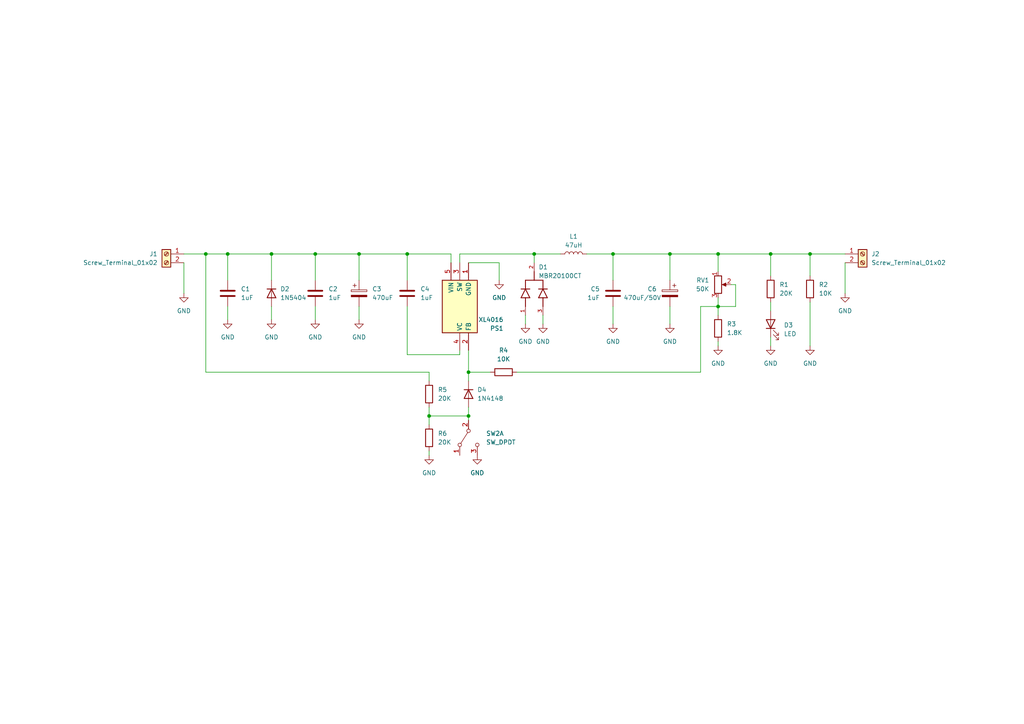
<source format=kicad_sch>
(kicad_sch (version 20230121) (generator eeschema)

  (uuid 0abb791c-931c-47d6-a960-acf178f3748f)

  (paper "A4")

  (lib_symbols
    (symbol "Connector:Screw_Terminal_01x02" (pin_names (offset 1.016) hide) (in_bom yes) (on_board yes)
      (property "Reference" "J" (at 0 2.54 0)
        (effects (font (size 1.27 1.27)))
      )
      (property "Value" "Screw_Terminal_01x02" (at 0 -5.08 0)
        (effects (font (size 1.27 1.27)))
      )
      (property "Footprint" "" (at 0 0 0)
        (effects (font (size 1.27 1.27)) hide)
      )
      (property "Datasheet" "~" (at 0 0 0)
        (effects (font (size 1.27 1.27)) hide)
      )
      (property "ki_keywords" "screw terminal" (at 0 0 0)
        (effects (font (size 1.27 1.27)) hide)
      )
      (property "ki_description" "Generic screw terminal, single row, 01x02, script generated (kicad-library-utils/schlib/autogen/connector/)" (at 0 0 0)
        (effects (font (size 1.27 1.27)) hide)
      )
      (property "ki_fp_filters" "TerminalBlock*:*" (at 0 0 0)
        (effects (font (size 1.27 1.27)) hide)
      )
      (symbol "Screw_Terminal_01x02_1_1"
        (rectangle (start -1.27 1.27) (end 1.27 -3.81)
          (stroke (width 0.254) (type default))
          (fill (type background))
        )
        (circle (center 0 -2.54) (radius 0.635)
          (stroke (width 0.1524) (type default))
          (fill (type none))
        )
        (polyline
          (pts
            (xy -0.5334 -2.2098)
            (xy 0.3302 -3.048)
          )
          (stroke (width 0.1524) (type default))
          (fill (type none))
        )
        (polyline
          (pts
            (xy -0.5334 0.3302)
            (xy 0.3302 -0.508)
          )
          (stroke (width 0.1524) (type default))
          (fill (type none))
        )
        (polyline
          (pts
            (xy -0.3556 -2.032)
            (xy 0.508 -2.8702)
          )
          (stroke (width 0.1524) (type default))
          (fill (type none))
        )
        (polyline
          (pts
            (xy -0.3556 0.508)
            (xy 0.508 -0.3302)
          )
          (stroke (width 0.1524) (type default))
          (fill (type none))
        )
        (circle (center 0 0) (radius 0.635)
          (stroke (width 0.1524) (type default))
          (fill (type none))
        )
        (pin passive line (at -5.08 0 0) (length 3.81)
          (name "Pin_1" (effects (font (size 1.27 1.27))))
          (number "1" (effects (font (size 1.27 1.27))))
        )
        (pin passive line (at -5.08 -2.54 0) (length 3.81)
          (name "Pin_2" (effects (font (size 1.27 1.27))))
          (number "2" (effects (font (size 1.27 1.27))))
        )
      )
    )
    (symbol "Device:C" (pin_numbers hide) (pin_names (offset 0.254)) (in_bom yes) (on_board yes)
      (property "Reference" "C" (at 0.635 2.54 0)
        (effects (font (size 1.27 1.27)) (justify left))
      )
      (property "Value" "C" (at 0.635 -2.54 0)
        (effects (font (size 1.27 1.27)) (justify left))
      )
      (property "Footprint" "" (at 0.9652 -3.81 0)
        (effects (font (size 1.27 1.27)) hide)
      )
      (property "Datasheet" "~" (at 0 0 0)
        (effects (font (size 1.27 1.27)) hide)
      )
      (property "ki_keywords" "cap capacitor" (at 0 0 0)
        (effects (font (size 1.27 1.27)) hide)
      )
      (property "ki_description" "Unpolarized capacitor" (at 0 0 0)
        (effects (font (size 1.27 1.27)) hide)
      )
      (property "ki_fp_filters" "C_*" (at 0 0 0)
        (effects (font (size 1.27 1.27)) hide)
      )
      (symbol "C_0_1"
        (polyline
          (pts
            (xy -2.032 -0.762)
            (xy 2.032 -0.762)
          )
          (stroke (width 0.508) (type default))
          (fill (type none))
        )
        (polyline
          (pts
            (xy -2.032 0.762)
            (xy 2.032 0.762)
          )
          (stroke (width 0.508) (type default))
          (fill (type none))
        )
      )
      (symbol "C_1_1"
        (pin passive line (at 0 3.81 270) (length 2.794)
          (name "~" (effects (font (size 1.27 1.27))))
          (number "1" (effects (font (size 1.27 1.27))))
        )
        (pin passive line (at 0 -3.81 90) (length 2.794)
          (name "~" (effects (font (size 1.27 1.27))))
          (number "2" (effects (font (size 1.27 1.27))))
        )
      )
    )
    (symbol "Device:C_Polarized" (pin_numbers hide) (pin_names (offset 0.254)) (in_bom yes) (on_board yes)
      (property "Reference" "C" (at 0.635 2.54 0)
        (effects (font (size 1.27 1.27)) (justify left))
      )
      (property "Value" "C_Polarized" (at 0.635 -2.54 0)
        (effects (font (size 1.27 1.27)) (justify left))
      )
      (property "Footprint" "" (at 0.9652 -3.81 0)
        (effects (font (size 1.27 1.27)) hide)
      )
      (property "Datasheet" "~" (at 0 0 0)
        (effects (font (size 1.27 1.27)) hide)
      )
      (property "ki_keywords" "cap capacitor" (at 0 0 0)
        (effects (font (size 1.27 1.27)) hide)
      )
      (property "ki_description" "Polarized capacitor" (at 0 0 0)
        (effects (font (size 1.27 1.27)) hide)
      )
      (property "ki_fp_filters" "CP_*" (at 0 0 0)
        (effects (font (size 1.27 1.27)) hide)
      )
      (symbol "C_Polarized_0_1"
        (rectangle (start -2.286 0.508) (end 2.286 1.016)
          (stroke (width 0) (type default))
          (fill (type none))
        )
        (polyline
          (pts
            (xy -1.778 2.286)
            (xy -0.762 2.286)
          )
          (stroke (width 0) (type default))
          (fill (type none))
        )
        (polyline
          (pts
            (xy -1.27 2.794)
            (xy -1.27 1.778)
          )
          (stroke (width 0) (type default))
          (fill (type none))
        )
        (rectangle (start 2.286 -0.508) (end -2.286 -1.016)
          (stroke (width 0) (type default))
          (fill (type outline))
        )
      )
      (symbol "C_Polarized_1_1"
        (pin passive line (at 0 3.81 270) (length 2.794)
          (name "~" (effects (font (size 1.27 1.27))))
          (number "1" (effects (font (size 1.27 1.27))))
        )
        (pin passive line (at 0 -3.81 90) (length 2.794)
          (name "~" (effects (font (size 1.27 1.27))))
          (number "2" (effects (font (size 1.27 1.27))))
        )
      )
    )
    (symbol "Device:L" (pin_numbers hide) (pin_names (offset 1.016) hide) (in_bom yes) (on_board yes)
      (property "Reference" "L" (at -1.27 0 90)
        (effects (font (size 1.27 1.27)))
      )
      (property "Value" "L" (at 1.905 0 90)
        (effects (font (size 1.27 1.27)))
      )
      (property "Footprint" "" (at 0 0 0)
        (effects (font (size 1.27 1.27)) hide)
      )
      (property "Datasheet" "~" (at 0 0 0)
        (effects (font (size 1.27 1.27)) hide)
      )
      (property "ki_keywords" "inductor choke coil reactor magnetic" (at 0 0 0)
        (effects (font (size 1.27 1.27)) hide)
      )
      (property "ki_description" "Inductor" (at 0 0 0)
        (effects (font (size 1.27 1.27)) hide)
      )
      (property "ki_fp_filters" "Choke_* *Coil* Inductor_* L_*" (at 0 0 0)
        (effects (font (size 1.27 1.27)) hide)
      )
      (symbol "L_0_1"
        (arc (start 0 -2.54) (mid 0.6323 -1.905) (end 0 -1.27)
          (stroke (width 0) (type default))
          (fill (type none))
        )
        (arc (start 0 -1.27) (mid 0.6323 -0.635) (end 0 0)
          (stroke (width 0) (type default))
          (fill (type none))
        )
        (arc (start 0 0) (mid 0.6323 0.635) (end 0 1.27)
          (stroke (width 0) (type default))
          (fill (type none))
        )
        (arc (start 0 1.27) (mid 0.6323 1.905) (end 0 2.54)
          (stroke (width 0) (type default))
          (fill (type none))
        )
      )
      (symbol "L_1_1"
        (pin passive line (at 0 3.81 270) (length 1.27)
          (name "1" (effects (font (size 1.27 1.27))))
          (number "1" (effects (font (size 1.27 1.27))))
        )
        (pin passive line (at 0 -3.81 90) (length 1.27)
          (name "2" (effects (font (size 1.27 1.27))))
          (number "2" (effects (font (size 1.27 1.27))))
        )
      )
    )
    (symbol "Device:LED" (pin_numbers hide) (pin_names (offset 1.016) hide) (in_bom yes) (on_board yes)
      (property "Reference" "D" (at 0 2.54 0)
        (effects (font (size 1.27 1.27)))
      )
      (property "Value" "LED" (at 0 -2.54 0)
        (effects (font (size 1.27 1.27)))
      )
      (property "Footprint" "" (at 0 0 0)
        (effects (font (size 1.27 1.27)) hide)
      )
      (property "Datasheet" "~" (at 0 0 0)
        (effects (font (size 1.27 1.27)) hide)
      )
      (property "ki_keywords" "LED diode" (at 0 0 0)
        (effects (font (size 1.27 1.27)) hide)
      )
      (property "ki_description" "Light emitting diode" (at 0 0 0)
        (effects (font (size 1.27 1.27)) hide)
      )
      (property "ki_fp_filters" "LED* LED_SMD:* LED_THT:*" (at 0 0 0)
        (effects (font (size 1.27 1.27)) hide)
      )
      (symbol "LED_0_1"
        (polyline
          (pts
            (xy -1.27 -1.27)
            (xy -1.27 1.27)
          )
          (stroke (width 0.254) (type default))
          (fill (type none))
        )
        (polyline
          (pts
            (xy -1.27 0)
            (xy 1.27 0)
          )
          (stroke (width 0) (type default))
          (fill (type none))
        )
        (polyline
          (pts
            (xy 1.27 -1.27)
            (xy 1.27 1.27)
            (xy -1.27 0)
            (xy 1.27 -1.27)
          )
          (stroke (width 0.254) (type default))
          (fill (type none))
        )
        (polyline
          (pts
            (xy -3.048 -0.762)
            (xy -4.572 -2.286)
            (xy -3.81 -2.286)
            (xy -4.572 -2.286)
            (xy -4.572 -1.524)
          )
          (stroke (width 0) (type default))
          (fill (type none))
        )
        (polyline
          (pts
            (xy -1.778 -0.762)
            (xy -3.302 -2.286)
            (xy -2.54 -2.286)
            (xy -3.302 -2.286)
            (xy -3.302 -1.524)
          )
          (stroke (width 0) (type default))
          (fill (type none))
        )
      )
      (symbol "LED_1_1"
        (pin passive line (at -3.81 0 0) (length 2.54)
          (name "K" (effects (font (size 1.27 1.27))))
          (number "1" (effects (font (size 1.27 1.27))))
        )
        (pin passive line (at 3.81 0 180) (length 2.54)
          (name "A" (effects (font (size 1.27 1.27))))
          (number "2" (effects (font (size 1.27 1.27))))
        )
      )
    )
    (symbol "Device:R" (pin_numbers hide) (pin_names (offset 0)) (in_bom yes) (on_board yes)
      (property "Reference" "R" (at 2.032 0 90)
        (effects (font (size 1.27 1.27)))
      )
      (property "Value" "R" (at 0 0 90)
        (effects (font (size 1.27 1.27)))
      )
      (property "Footprint" "" (at -1.778 0 90)
        (effects (font (size 1.27 1.27)) hide)
      )
      (property "Datasheet" "~" (at 0 0 0)
        (effects (font (size 1.27 1.27)) hide)
      )
      (property "ki_keywords" "R res resistor" (at 0 0 0)
        (effects (font (size 1.27 1.27)) hide)
      )
      (property "ki_description" "Resistor" (at 0 0 0)
        (effects (font (size 1.27 1.27)) hide)
      )
      (property "ki_fp_filters" "R_*" (at 0 0 0)
        (effects (font (size 1.27 1.27)) hide)
      )
      (symbol "R_0_1"
        (rectangle (start -1.016 -2.54) (end 1.016 2.54)
          (stroke (width 0.254) (type default))
          (fill (type none))
        )
      )
      (symbol "R_1_1"
        (pin passive line (at 0 3.81 270) (length 1.27)
          (name "~" (effects (font (size 1.27 1.27))))
          (number "1" (effects (font (size 1.27 1.27))))
        )
        (pin passive line (at 0 -3.81 90) (length 1.27)
          (name "~" (effects (font (size 1.27 1.27))))
          (number "2" (effects (font (size 1.27 1.27))))
        )
      )
    )
    (symbol "Device:R_Potentiometer" (pin_names (offset 1.016) hide) (in_bom yes) (on_board yes)
      (property "Reference" "RV" (at -4.445 0 90)
        (effects (font (size 1.27 1.27)))
      )
      (property "Value" "R_Potentiometer" (at -2.54 0 90)
        (effects (font (size 1.27 1.27)))
      )
      (property "Footprint" "" (at 0 0 0)
        (effects (font (size 1.27 1.27)) hide)
      )
      (property "Datasheet" "~" (at 0 0 0)
        (effects (font (size 1.27 1.27)) hide)
      )
      (property "ki_keywords" "resistor variable" (at 0 0 0)
        (effects (font (size 1.27 1.27)) hide)
      )
      (property "ki_description" "Potentiometer" (at 0 0 0)
        (effects (font (size 1.27 1.27)) hide)
      )
      (property "ki_fp_filters" "Potentiometer*" (at 0 0 0)
        (effects (font (size 1.27 1.27)) hide)
      )
      (symbol "R_Potentiometer_0_1"
        (polyline
          (pts
            (xy 2.54 0)
            (xy 1.524 0)
          )
          (stroke (width 0) (type default))
          (fill (type none))
        )
        (polyline
          (pts
            (xy 1.143 0)
            (xy 2.286 0.508)
            (xy 2.286 -0.508)
            (xy 1.143 0)
          )
          (stroke (width 0) (type default))
          (fill (type outline))
        )
        (rectangle (start 1.016 2.54) (end -1.016 -2.54)
          (stroke (width 0.254) (type default))
          (fill (type none))
        )
      )
      (symbol "R_Potentiometer_1_1"
        (pin passive line (at 0 3.81 270) (length 1.27)
          (name "1" (effects (font (size 1.27 1.27))))
          (number "1" (effects (font (size 1.27 1.27))))
        )
        (pin passive line (at 3.81 0 180) (length 1.27)
          (name "2" (effects (font (size 1.27 1.27))))
          (number "2" (effects (font (size 1.27 1.27))))
        )
        (pin passive line (at 0 -3.81 90) (length 1.27)
          (name "3" (effects (font (size 1.27 1.27))))
          (number "3" (effects (font (size 1.27 1.27))))
        )
      )
    )
    (symbol "Diode:1N4148" (pin_numbers hide) (pin_names hide) (in_bom yes) (on_board yes)
      (property "Reference" "D" (at 0 2.54 0)
        (effects (font (size 1.27 1.27)))
      )
      (property "Value" "1N4148" (at 0 -2.54 0)
        (effects (font (size 1.27 1.27)))
      )
      (property "Footprint" "Diode_THT:D_DO-35_SOD27_P7.62mm_Horizontal" (at 0 0 0)
        (effects (font (size 1.27 1.27)) hide)
      )
      (property "Datasheet" "https://assets.nexperia.com/documents/data-sheet/1N4148_1N4448.pdf" (at 0 0 0)
        (effects (font (size 1.27 1.27)) hide)
      )
      (property "Sim.Device" "D" (at 0 0 0)
        (effects (font (size 1.27 1.27)) hide)
      )
      (property "Sim.Pins" "1=K 2=A" (at 0 0 0)
        (effects (font (size 1.27 1.27)) hide)
      )
      (property "ki_keywords" "diode" (at 0 0 0)
        (effects (font (size 1.27 1.27)) hide)
      )
      (property "ki_description" "100V 0.15A standard switching diode, DO-35" (at 0 0 0)
        (effects (font (size 1.27 1.27)) hide)
      )
      (property "ki_fp_filters" "D*DO?35*" (at 0 0 0)
        (effects (font (size 1.27 1.27)) hide)
      )
      (symbol "1N4148_0_1"
        (polyline
          (pts
            (xy -1.27 1.27)
            (xy -1.27 -1.27)
          )
          (stroke (width 0.254) (type default))
          (fill (type none))
        )
        (polyline
          (pts
            (xy 1.27 0)
            (xy -1.27 0)
          )
          (stroke (width 0) (type default))
          (fill (type none))
        )
        (polyline
          (pts
            (xy 1.27 1.27)
            (xy 1.27 -1.27)
            (xy -1.27 0)
            (xy 1.27 1.27)
          )
          (stroke (width 0.254) (type default))
          (fill (type none))
        )
      )
      (symbol "1N4148_1_1"
        (pin passive line (at -3.81 0 0) (length 2.54)
          (name "K" (effects (font (size 1.27 1.27))))
          (number "1" (effects (font (size 1.27 1.27))))
        )
        (pin passive line (at 3.81 0 180) (length 2.54)
          (name "A" (effects (font (size 1.27 1.27))))
          (number "2" (effects (font (size 1.27 1.27))))
        )
      )
    )
    (symbol "Diode:1N5404" (pin_numbers hide) (pin_names hide) (in_bom yes) (on_board yes)
      (property "Reference" "D" (at 0 2.54 0)
        (effects (font (size 1.27 1.27)))
      )
      (property "Value" "1N5404" (at 0 -2.54 0)
        (effects (font (size 1.27 1.27)))
      )
      (property "Footprint" "Diode_THT:D_DO-201AD_P15.24mm_Horizontal" (at 0 -4.445 0)
        (effects (font (size 1.27 1.27)) hide)
      )
      (property "Datasheet" "http://www.vishay.com/docs/88516/1n5400.pdf" (at 0 0 0)
        (effects (font (size 1.27 1.27)) hide)
      )
      (property "Sim.Device" "D" (at 0 0 0)
        (effects (font (size 1.27 1.27)) hide)
      )
      (property "Sim.Pins" "1=K 2=A" (at 0 0 0)
        (effects (font (size 1.27 1.27)) hide)
      )
      (property "ki_keywords" "diode" (at 0 0 0)
        (effects (font (size 1.27 1.27)) hide)
      )
      (property "ki_description" "400V 3A General Purpose Rectifier Diode, DO-201AD" (at 0 0 0)
        (effects (font (size 1.27 1.27)) hide)
      )
      (property "ki_fp_filters" "D*DO?201AD*" (at 0 0 0)
        (effects (font (size 1.27 1.27)) hide)
      )
      (symbol "1N5404_0_1"
        (polyline
          (pts
            (xy -1.27 1.27)
            (xy -1.27 -1.27)
          )
          (stroke (width 0.254) (type default))
          (fill (type none))
        )
        (polyline
          (pts
            (xy 1.27 0)
            (xy -1.27 0)
          )
          (stroke (width 0) (type default))
          (fill (type none))
        )
        (polyline
          (pts
            (xy 1.27 1.27)
            (xy 1.27 -1.27)
            (xy -1.27 0)
            (xy 1.27 1.27)
          )
          (stroke (width 0.254) (type default))
          (fill (type none))
        )
      )
      (symbol "1N5404_1_1"
        (pin passive line (at -3.81 0 0) (length 2.54)
          (name "K" (effects (font (size 1.27 1.27))))
          (number "1" (effects (font (size 1.27 1.27))))
        )
        (pin passive line (at 3.81 0 180) (length 2.54)
          (name "A" (effects (font (size 1.27 1.27))))
          (number "2" (effects (font (size 1.27 1.27))))
        )
      )
    )
    (symbol "MBR20100CT:MBR20100CT" (pin_names (offset 1.016)) (in_bom yes) (on_board yes)
      (property "Reference" "D" (at -7.62 5.08 0)
        (effects (font (size 1.27 1.27)) (justify left bottom))
      )
      (property "Value" "MBR20100CT" (at -7.62 -5.08 0)
        (effects (font (size 1.27 1.27)) (justify left top))
      )
      (property "Footprint" "MBR20100CT:TO254P1066X482X2286-3" (at 0 0 0)
        (effects (font (size 1.27 1.27)) (justify bottom) hide)
      )
      (property "Datasheet" "" (at 0 0 0)
        (effects (font (size 1.27 1.27)) hide)
      )
      (property "MF" "Diodes Inc." (at 0 0 0)
        (effects (font (size 1.27 1.27)) (justify bottom) hide)
      )
      (property "MAXIMUM_PACKAGE_HEIGHT" "22.86 mm" (at 0 0 0)
        (effects (font (size 1.27 1.27)) (justify bottom) hide)
      )
      (property "Package" "TO-220-3 ON Semiconductor" (at 0 0 0)
        (effects (font (size 1.27 1.27)) (justify bottom) hide)
      )
      (property "Price" "None" (at 0 0 0)
        (effects (font (size 1.27 1.27)) (justify bottom) hide)
      )
      (property "Check_prices" "https://www.snapeda.com/parts/MBR20100CT/Diodes+Inc./view-part/?ref=eda" (at 0 0 0)
        (effects (font (size 1.27 1.27)) (justify bottom) hide)
      )
      (property "STANDARD" "IPC-7351B" (at 0 0 0)
        (effects (font (size 1.27 1.27)) (justify bottom) hide)
      )
      (property "PARTREV" "8-2" (at 0 0 0)
        (effects (font (size 1.27 1.27)) (justify bottom) hide)
      )
      (property "SnapEDA_Link" "https://www.snapeda.com/parts/MBR20100CT/Diodes+Inc./view-part/?ref=snap" (at 0 0 0)
        (effects (font (size 1.27 1.27)) (justify bottom) hide)
      )
      (property "MP" "MBR20100CT" (at 0 0 0)
        (effects (font (size 1.27 1.27)) (justify bottom) hide)
      )
      (property "Description" "\nDiode Array 1 Pair Common Cathode Schottky 100 V 10A Through Hole TO-262-3 Long Leads, I²Pak, TO-262AA\n" (at 0 0 0)
        (effects (font (size 1.27 1.27)) (justify bottom) hide)
      )
      (property "MANUFACTURER" "DIODES, Inc." (at 0 0 0)
        (effects (font (size 1.27 1.27)) (justify bottom) hide)
      )
      (property "Availability" "In Stock" (at 0 0 0)
        (effects (font (size 1.27 1.27)) (justify bottom) hide)
      )
      (property "SNAPEDA_PACKAGE_ID" "6730" (at 0 0 0)
        (effects (font (size 1.27 1.27)) (justify bottom) hide)
      )
      (symbol "MBR20100CT_0_0"
        (polyline
          (pts
            (xy -5.08 -2.54)
            (xy -2.54 -2.54)
          )
          (stroke (width 0.254) (type default))
          (fill (type none))
        )
        (polyline
          (pts
            (xy -5.08 2.54)
            (xy -2.54 2.54)
          )
          (stroke (width 0.254) (type default))
          (fill (type none))
        )
        (polyline
          (pts
            (xy -2.54 -3.81)
            (xy 0 -2.54)
          )
          (stroke (width 0.254) (type default))
          (fill (type none))
        )
        (polyline
          (pts
            (xy -2.54 -2.54)
            (xy -2.54 -3.81)
          )
          (stroke (width 0.254) (type default))
          (fill (type none))
        )
        (polyline
          (pts
            (xy -2.54 -1.27)
            (xy -2.54 -2.54)
          )
          (stroke (width 0.254) (type default))
          (fill (type none))
        )
        (polyline
          (pts
            (xy -2.54 1.27)
            (xy 0 2.54)
          )
          (stroke (width 0.254) (type default))
          (fill (type none))
        )
        (polyline
          (pts
            (xy -2.54 2.54)
            (xy -2.54 1.27)
          )
          (stroke (width 0.254) (type default))
          (fill (type none))
        )
        (polyline
          (pts
            (xy -2.54 3.81)
            (xy -2.54 2.54)
          )
          (stroke (width 0.254) (type default))
          (fill (type none))
        )
        (polyline
          (pts
            (xy 0 -2.54)
            (xy -2.54 -1.27)
          )
          (stroke (width 0.254) (type default))
          (fill (type none))
        )
        (polyline
          (pts
            (xy 0 -2.54)
            (xy 0 -3.81)
          )
          (stroke (width 0.254) (type default))
          (fill (type none))
        )
        (polyline
          (pts
            (xy 0 -1.27)
            (xy 0 -2.54)
          )
          (stroke (width 0.254) (type default))
          (fill (type none))
        )
        (polyline
          (pts
            (xy 0 2.54)
            (xy -2.54 3.81)
          )
          (stroke (width 0.254) (type default))
          (fill (type none))
        )
        (polyline
          (pts
            (xy 0 2.54)
            (xy 0 1.27)
          )
          (stroke (width 0.254) (type default))
          (fill (type none))
        )
        (polyline
          (pts
            (xy 0 3.81)
            (xy 0 2.54)
          )
          (stroke (width 0.254) (type default))
          (fill (type none))
        )
        (polyline
          (pts
            (xy 2.54 -2.54)
            (xy 0 -2.54)
          )
          (stroke (width 0.254) (type default))
          (fill (type none))
        )
        (polyline
          (pts
            (xy 2.54 0)
            (xy 2.54 -2.54)
          )
          (stroke (width 0.254) (type default))
          (fill (type none))
        )
        (polyline
          (pts
            (xy 2.54 0)
            (xy 5.08 0)
          )
          (stroke (width 0.254) (type default))
          (fill (type none))
        )
        (polyline
          (pts
            (xy 2.54 2.54)
            (xy 0 2.54)
          )
          (stroke (width 0.254) (type default))
          (fill (type none))
        )
        (polyline
          (pts
            (xy 2.54 2.54)
            (xy 2.54 0)
          )
          (stroke (width 0.254) (type default))
          (fill (type none))
        )
        (pin passive line (at -7.62 2.54 0) (length 2.54)
          (name "~" (effects (font (size 1.016 1.016))))
          (number "1" (effects (font (size 1.016 1.016))))
        )
        (pin passive line (at 7.62 0 180) (length 2.54)
          (name "~" (effects (font (size 1.016 1.016))))
          (number "2" (effects (font (size 1.016 1.016))))
        )
        (pin passive line (at -7.62 -2.54 0) (length 2.54)
          (name "~" (effects (font (size 1.016 1.016))))
          (number "3" (effects (font (size 1.016 1.016))))
        )
      )
    )
    (symbol "Switch:SW_DPDT_x2" (pin_names (offset 0) hide) (in_bom yes) (on_board yes)
      (property "Reference" "SW" (at 0 4.318 0)
        (effects (font (size 1.27 1.27)))
      )
      (property "Value" "SW_DPDT_x2" (at 0 -5.08 0)
        (effects (font (size 1.27 1.27)))
      )
      (property "Footprint" "" (at 0 0 0)
        (effects (font (size 1.27 1.27)) hide)
      )
      (property "Datasheet" "~" (at 0 0 0)
        (effects (font (size 1.27 1.27)) hide)
      )
      (property "ki_keywords" "switch dual-pole double-throw DPDT spdt ON-ON" (at 0 0 0)
        (effects (font (size 1.27 1.27)) hide)
      )
      (property "ki_description" "Switch, dual pole double throw, separate symbols" (at 0 0 0)
        (effects (font (size 1.27 1.27)) hide)
      )
      (property "ki_fp_filters" "SW*DPDT*" (at 0 0 0)
        (effects (font (size 1.27 1.27)) hide)
      )
      (symbol "SW_DPDT_x2_0_0"
        (circle (center -2.032 0) (radius 0.508)
          (stroke (width 0) (type default))
          (fill (type none))
        )
        (circle (center 2.032 -2.54) (radius 0.508)
          (stroke (width 0) (type default))
          (fill (type none))
        )
      )
      (symbol "SW_DPDT_x2_0_1"
        (polyline
          (pts
            (xy -1.524 0.254)
            (xy 1.651 2.286)
          )
          (stroke (width 0) (type default))
          (fill (type none))
        )
        (circle (center 2.032 2.54) (radius 0.508)
          (stroke (width 0) (type default))
          (fill (type none))
        )
      )
      (symbol "SW_DPDT_x2_1_1"
        (pin passive line (at 5.08 2.54 180) (length 2.54)
          (name "A" (effects (font (size 1.27 1.27))))
          (number "1" (effects (font (size 1.27 1.27))))
        )
        (pin passive line (at -5.08 0 0) (length 2.54)
          (name "B" (effects (font (size 1.27 1.27))))
          (number "2" (effects (font (size 1.27 1.27))))
        )
        (pin passive line (at 5.08 -2.54 180) (length 2.54)
          (name "C" (effects (font (size 1.27 1.27))))
          (number "3" (effects (font (size 1.27 1.27))))
        )
      )
      (symbol "SW_DPDT_x2_2_1"
        (pin passive line (at 5.08 2.54 180) (length 2.54)
          (name "A" (effects (font (size 1.27 1.27))))
          (number "4" (effects (font (size 1.27 1.27))))
        )
        (pin passive line (at -5.08 0 0) (length 2.54)
          (name "B" (effects (font (size 1.27 1.27))))
          (number "5" (effects (font (size 1.27 1.27))))
        )
        (pin passive line (at 5.08 -2.54 180) (length 2.54)
          (name "C" (effects (font (size 1.27 1.27))))
          (number "6" (effects (font (size 1.27 1.27))))
        )
      )
    )
    (symbol "XL4016:XL4016" (in_bom yes) (on_board yes)
      (property "Reference" "PS" (at 21.59 7.62 0)
        (effects (font (size 1.27 1.27)) (justify left top))
      )
      (property "Value" "XL4016" (at 21.59 5.08 0)
        (effects (font (size 1.27 1.27)) (justify left top))
      )
      (property "Footprint" "XL4016" (at 21.59 -94.92 0)
        (effects (font (size 1.27 1.27)) (justify left top) hide)
      )
      (property "Datasheet" "http://www.xlsemi.com/datasheet/xl4016%20datasheet.pdf" (at 21.59 -194.92 0)
        (effects (font (size 1.27 1.27)) (justify left top) hide)
      )
      (property "Height" "15.49" (at 21.59 -394.92 0)
        (effects (font (size 1.27 1.27)) (justify left top) hide)
      )
      (property "Manufacturer_Name" "XLSEMI" (at 21.59 -494.92 0)
        (effects (font (size 1.27 1.27)) (justify left top) hide)
      )
      (property "Manufacturer_Part_Number" "XL4016" (at 21.59 -594.92 0)
        (effects (font (size 1.27 1.27)) (justify left top) hide)
      )
      (property "Mouser Part Number" "" (at 21.59 -694.92 0)
        (effects (font (size 1.27 1.27)) (justify left top) hide)
      )
      (property "Mouser Price/Stock" "" (at 21.59 -794.92 0)
        (effects (font (size 1.27 1.27)) (justify left top) hide)
      )
      (property "Arrow Part Number" "" (at 21.59 -894.92 0)
        (effects (font (size 1.27 1.27)) (justify left top) hide)
      )
      (property "Arrow Price/Stock" "" (at 21.59 -994.92 0)
        (effects (font (size 1.27 1.27)) (justify left top) hide)
      )
      (property "ki_description" "8A 180KHz 40V Buck DC to DC Converter" (at 0 0 0)
        (effects (font (size 1.27 1.27)) hide)
      )
      (symbol "XL4016_1_1"
        (rectangle (start 5.08 2.54) (end 20.32 -7.62)
          (stroke (width 0.254) (type default))
          (fill (type background))
        )
        (pin passive line (at 0 0 0) (length 5.08)
          (name "GND" (effects (font (size 1.27 1.27))))
          (number "1" (effects (font (size 1.27 1.27))))
        )
        (pin passive line (at 25.4 0 180) (length 5.08)
          (name "FB" (effects (font (size 1.27 1.27))))
          (number "2" (effects (font (size 1.27 1.27))))
        )
        (pin passive line (at 0 -2.54 0) (length 5.08)
          (name "SW" (effects (font (size 1.27 1.27))))
          (number "3" (effects (font (size 1.27 1.27))))
        )
        (pin passive line (at 25.4 -2.54 180) (length 5.08)
          (name "VC" (effects (font (size 1.27 1.27))))
          (number "4" (effects (font (size 1.27 1.27))))
        )
        (pin passive line (at 0 -5.08 0) (length 5.08)
          (name "VIN" (effects (font (size 1.27 1.27))))
          (number "5" (effects (font (size 1.27 1.27))))
        )
      )
    )
    (symbol "power:GND" (power) (pin_names (offset 0)) (in_bom yes) (on_board yes)
      (property "Reference" "#PWR" (at 0 -6.35 0)
        (effects (font (size 1.27 1.27)) hide)
      )
      (property "Value" "GND" (at 0 -3.81 0)
        (effects (font (size 1.27 1.27)))
      )
      (property "Footprint" "" (at 0 0 0)
        (effects (font (size 1.27 1.27)) hide)
      )
      (property "Datasheet" "" (at 0 0 0)
        (effects (font (size 1.27 1.27)) hide)
      )
      (property "ki_keywords" "global power" (at 0 0 0)
        (effects (font (size 1.27 1.27)) hide)
      )
      (property "ki_description" "Power symbol creates a global label with name \"GND\" , ground" (at 0 0 0)
        (effects (font (size 1.27 1.27)) hide)
      )
      (symbol "GND_0_1"
        (polyline
          (pts
            (xy 0 0)
            (xy 0 -1.27)
            (xy 1.27 -1.27)
            (xy 0 -2.54)
            (xy -1.27 -1.27)
            (xy 0 -1.27)
          )
          (stroke (width 0) (type default))
          (fill (type none))
        )
      )
      (symbol "GND_1_1"
        (pin power_in line (at 0 0 270) (length 0) hide
          (name "GND" (effects (font (size 1.27 1.27))))
          (number "1" (effects (font (size 1.27 1.27))))
        )
      )
    )
  )

  (junction (at 194.31 73.66) (diameter 0) (color 0 0 0 0)
    (uuid 0fc7467f-8ff9-47e0-8524-d847dbb4dfc7)
  )
  (junction (at 234.95 73.66) (diameter 0) (color 0 0 0 0)
    (uuid 2324a6ab-0fce-490d-bf06-36b08020aa1f)
  )
  (junction (at 59.69 73.66) (diameter 0) (color 0 0 0 0)
    (uuid 34e11f1b-dd2f-47f4-8372-e7b376cebf46)
  )
  (junction (at 91.44 73.66) (diameter 0) (color 0 0 0 0)
    (uuid 3c6222cc-3862-4f8f-8288-0fe3e330b004)
  )
  (junction (at 124.46 120.65) (diameter 0) (color 0 0 0 0)
    (uuid 3fcc9288-2e69-414d-bad6-734d9545ca4b)
  )
  (junction (at 208.28 88.9) (diameter 0) (color 0 0 0 0)
    (uuid 476b3f5b-7dce-4e8a-b950-66780d5aa38a)
  )
  (junction (at 104.14 73.66) (diameter 0) (color 0 0 0 0)
    (uuid 632b90b1-5bc3-4738-9f3a-0ea90a2fb8ab)
  )
  (junction (at 208.28 73.66) (diameter 0) (color 0 0 0 0)
    (uuid 86484da6-680b-4fa8-84ba-2e25d2aaf1e9)
  )
  (junction (at 135.89 120.65) (diameter 0) (color 0 0 0 0)
    (uuid 897c0bb5-339e-4b08-8879-70f5a74564c9)
  )
  (junction (at 135.89 107.95) (diameter 0) (color 0 0 0 0)
    (uuid aa3de671-006d-441e-be23-896571a985a8)
  )
  (junction (at 154.94 73.66) (diameter 0) (color 0 0 0 0)
    (uuid bc72432f-dcf9-405c-b70a-59c6c742ec77)
  )
  (junction (at 66.04 73.66) (diameter 0) (color 0 0 0 0)
    (uuid bfd53eda-16a5-44ab-b526-5b27527f7844)
  )
  (junction (at 78.74 73.66) (diameter 0) (color 0 0 0 0)
    (uuid c0d902b1-b9bd-47ca-8a31-50395b9d7462)
  )
  (junction (at 177.8 73.66) (diameter 0) (color 0 0 0 0)
    (uuid c8505b09-7aea-470e-a1bc-5fc34a70e838)
  )
  (junction (at 118.11 73.66) (diameter 0) (color 0 0 0 0)
    (uuid f9c282b8-8400-450b-9cdf-43508c8bbc87)
  )
  (junction (at 223.52 73.66) (diameter 0) (color 0 0 0 0)
    (uuid f9dfd3e4-10dd-453a-aae1-6a7979a960a0)
  )

  (wire (pts (xy 124.46 107.95) (xy 124.46 110.49))
    (stroke (width 0) (type default))
    (uuid 02069da4-22f1-4677-af32-fdd41008808b)
  )
  (wire (pts (xy 118.11 102.87) (xy 118.11 88.9))
    (stroke (width 0) (type default))
    (uuid 05574cef-377a-457b-b2ca-c0d356926e6f)
  )
  (wire (pts (xy 78.74 73.66) (xy 91.44 73.66))
    (stroke (width 0) (type default))
    (uuid 0846e564-adfb-4bdc-832f-2645eeb64f84)
  )
  (wire (pts (xy 154.94 76.2) (xy 154.94 73.66))
    (stroke (width 0) (type default))
    (uuid 0a05fbae-f124-4347-bd91-bec4c1088296)
  )
  (wire (pts (xy 208.28 73.66) (xy 223.52 73.66))
    (stroke (width 0) (type default))
    (uuid 0a9fd980-44f9-4083-afde-74a76c9e4a41)
  )
  (wire (pts (xy 223.52 80.01) (xy 223.52 73.66))
    (stroke (width 0) (type default))
    (uuid 0cadb8ab-9763-4cf7-96fb-7889658ead22)
  )
  (wire (pts (xy 91.44 73.66) (xy 104.14 73.66))
    (stroke (width 0) (type default))
    (uuid 18658f3a-60c7-485e-ac8d-9f1c97cd5512)
  )
  (wire (pts (xy 135.89 120.65) (xy 135.89 121.92))
    (stroke (width 0) (type default))
    (uuid 1aa7f2cd-539a-4275-8878-550243805257)
  )
  (wire (pts (xy 213.36 82.55) (xy 213.36 88.9))
    (stroke (width 0) (type default))
    (uuid 1ae077d5-6257-4dc3-bdb4-4974d7c89e5e)
  )
  (wire (pts (xy 135.89 118.11) (xy 135.89 120.65))
    (stroke (width 0) (type default))
    (uuid 1e30ce07-2f67-4b72-b2ca-d2b05cd9f386)
  )
  (wire (pts (xy 208.28 86.36) (xy 208.28 88.9))
    (stroke (width 0) (type default))
    (uuid 22371e4a-e12b-426e-b998-7161065ea46b)
  )
  (wire (pts (xy 53.34 73.66) (xy 59.69 73.66))
    (stroke (width 0) (type default))
    (uuid 2e91745f-918f-404b-bac3-71c0d9514910)
  )
  (wire (pts (xy 124.46 120.65) (xy 124.46 123.19))
    (stroke (width 0) (type default))
    (uuid 30f5d087-017e-442c-b64e-d955a855f99c)
  )
  (wire (pts (xy 59.69 107.95) (xy 59.69 73.66))
    (stroke (width 0) (type default))
    (uuid 360d4aa4-036a-4e9a-bcd1-49721b2dbdba)
  )
  (wire (pts (xy 152.4 91.44) (xy 152.4 93.98))
    (stroke (width 0) (type default))
    (uuid 3d69fc3b-8610-43ce-baef-0905f13d3037)
  )
  (wire (pts (xy 194.31 73.66) (xy 194.31 81.28))
    (stroke (width 0) (type default))
    (uuid 3f517057-efef-4e0c-908d-9f064a77964c)
  )
  (wire (pts (xy 203.2 88.9) (xy 208.28 88.9))
    (stroke (width 0) (type default))
    (uuid 40eb7388-b06c-4b0f-a94c-b4222212a6f5)
  )
  (wire (pts (xy 203.2 88.9) (xy 203.2 107.95))
    (stroke (width 0) (type default))
    (uuid 492ccc4c-e985-4ae5-8137-463eed74ad24)
  )
  (wire (pts (xy 157.48 91.44) (xy 157.48 93.98))
    (stroke (width 0) (type default))
    (uuid 493a3a09-d6bd-42ea-8a4f-23bb1fd7ab66)
  )
  (wire (pts (xy 53.34 76.2) (xy 53.34 85.09))
    (stroke (width 0) (type default))
    (uuid 4cfe6832-b887-4859-a452-5f93434295f1)
  )
  (wire (pts (xy 194.31 73.66) (xy 208.28 73.66))
    (stroke (width 0) (type default))
    (uuid 4d28aae8-9204-439d-bf35-0e9dd342808e)
  )
  (wire (pts (xy 135.89 107.95) (xy 142.24 107.95))
    (stroke (width 0) (type default))
    (uuid 4ffce2f1-4bbb-47eb-8e41-22ebe8a491f0)
  )
  (wire (pts (xy 208.28 78.74) (xy 208.28 73.66))
    (stroke (width 0) (type default))
    (uuid 548b1d0c-657e-4e33-a17b-6a31931b128c)
  )
  (wire (pts (xy 234.95 80.01) (xy 234.95 73.66))
    (stroke (width 0) (type default))
    (uuid 574669cc-b3df-401c-aa36-9ad104c39be2)
  )
  (wire (pts (xy 135.89 101.6) (xy 135.89 107.95))
    (stroke (width 0) (type default))
    (uuid 5de5efef-0fda-4a81-a136-97660430630e)
  )
  (wire (pts (xy 177.8 73.66) (xy 170.18 73.66))
    (stroke (width 0) (type default))
    (uuid 60ea0f8d-9529-4b8e-a773-0d97d496117e)
  )
  (wire (pts (xy 130.81 73.66) (xy 130.81 76.2))
    (stroke (width 0) (type default))
    (uuid 6331213b-84d5-444c-b8fd-0e4be7b6a284)
  )
  (wire (pts (xy 124.46 107.95) (xy 59.69 107.95))
    (stroke (width 0) (type default))
    (uuid 6efb3895-5c6f-4da5-bb22-054e40e6364c)
  )
  (wire (pts (xy 144.78 81.28) (xy 144.78 76.2))
    (stroke (width 0) (type default))
    (uuid 73b3a894-1ba9-41f9-83cd-8d41fc55690e)
  )
  (wire (pts (xy 78.74 88.9) (xy 78.74 92.71))
    (stroke (width 0) (type default))
    (uuid 75fa5d98-4839-409f-b367-d894ed77ab55)
  )
  (wire (pts (xy 135.89 107.95) (xy 135.89 110.49))
    (stroke (width 0) (type default))
    (uuid 78ced219-c3f9-4730-98c3-3a8443416330)
  )
  (wire (pts (xy 223.52 97.79) (xy 223.52 100.33))
    (stroke (width 0) (type default))
    (uuid 7f6d5f35-02fb-44a1-9d8b-ba7ecf6164c2)
  )
  (wire (pts (xy 177.8 81.28) (xy 177.8 73.66))
    (stroke (width 0) (type default))
    (uuid 86c242d5-8d1c-4f02-9922-bd2ad61ba99a)
  )
  (wire (pts (xy 144.78 76.2) (xy 135.89 76.2))
    (stroke (width 0) (type default))
    (uuid 87138085-14bd-4160-a25a-b8ee8600ebb5)
  )
  (wire (pts (xy 66.04 88.9) (xy 66.04 92.71))
    (stroke (width 0) (type default))
    (uuid 8869b172-8f8c-4d9e-b9a2-d1cac70214a5)
  )
  (wire (pts (xy 91.44 88.9) (xy 91.44 92.71))
    (stroke (width 0) (type default))
    (uuid 8a9294e5-d7bf-466a-afb7-bbcb10a99d1e)
  )
  (wire (pts (xy 154.94 73.66) (xy 162.56 73.66))
    (stroke (width 0) (type default))
    (uuid 8bd12d50-846b-4beb-9e44-1bf391498a57)
  )
  (wire (pts (xy 66.04 81.28) (xy 66.04 73.66))
    (stroke (width 0) (type default))
    (uuid 8e1c39bc-c3c5-4b6b-955d-744d467f4b2c)
  )
  (wire (pts (xy 208.28 88.9) (xy 208.28 91.44))
    (stroke (width 0) (type default))
    (uuid 9b1c625b-4797-4811-8cd3-21d474b2e167)
  )
  (wire (pts (xy 133.35 76.2) (xy 133.35 73.66))
    (stroke (width 0) (type default))
    (uuid 9f66b4b6-057f-4ef8-9bbe-358f6476324f)
  )
  (wire (pts (xy 234.95 87.63) (xy 234.95 100.33))
    (stroke (width 0) (type default))
    (uuid a1cdd74a-345e-49ac-a63b-b0e3663f1cd1)
  )
  (wire (pts (xy 177.8 73.66) (xy 194.31 73.66))
    (stroke (width 0) (type default))
    (uuid a403dad2-654a-4de7-bf5f-ce9fa2002835)
  )
  (wire (pts (xy 133.35 102.87) (xy 133.35 101.6))
    (stroke (width 0) (type default))
    (uuid a6be1f34-cc6b-4811-ab45-43a962fdbc75)
  )
  (wire (pts (xy 177.8 88.9) (xy 177.8 93.98))
    (stroke (width 0) (type default))
    (uuid ab0024ef-3a5a-49ba-b1c5-07ee0202b02b)
  )
  (wire (pts (xy 118.11 73.66) (xy 130.81 73.66))
    (stroke (width 0) (type default))
    (uuid b0b9b294-f029-4747-b2a8-863e89780047)
  )
  (wire (pts (xy 213.36 82.55) (xy 212.09 82.55))
    (stroke (width 0) (type default))
    (uuid b195a8ab-a82e-4c49-b780-f071d1548c38)
  )
  (wire (pts (xy 124.46 130.81) (xy 124.46 132.08))
    (stroke (width 0) (type default))
    (uuid b4be3070-7e2f-40db-bf5f-1a1064fe27b1)
  )
  (wire (pts (xy 223.52 87.63) (xy 223.52 90.17))
    (stroke (width 0) (type default))
    (uuid b524f752-79f4-4cd6-b20c-213a98d3f395)
  )
  (wire (pts (xy 245.11 76.2) (xy 245.11 85.09))
    (stroke (width 0) (type default))
    (uuid b85cf16f-541c-425c-80ec-1602688956a0)
  )
  (wire (pts (xy 208.28 99.06) (xy 208.28 100.33))
    (stroke (width 0) (type default))
    (uuid b9804677-4a75-4530-839f-c424ffe5f4a9)
  )
  (wire (pts (xy 91.44 81.28) (xy 91.44 73.66))
    (stroke (width 0) (type default))
    (uuid baf001b8-2621-4ead-8b68-2dd596f020a9)
  )
  (wire (pts (xy 213.36 88.9) (xy 208.28 88.9))
    (stroke (width 0) (type default))
    (uuid c6b25b95-2636-4d71-866b-cd20df44482f)
  )
  (wire (pts (xy 104.14 81.28) (xy 104.14 73.66))
    (stroke (width 0) (type default))
    (uuid c8eb9f93-1a57-4bc7-9601-c042e828624c)
  )
  (wire (pts (xy 66.04 73.66) (xy 78.74 73.66))
    (stroke (width 0) (type default))
    (uuid c97e3f71-e35c-464f-abc0-79acbf42a844)
  )
  (wire (pts (xy 104.14 88.9) (xy 104.14 92.71))
    (stroke (width 0) (type default))
    (uuid cdf610e2-14ca-4d52-9609-b3db8a2e73cd)
  )
  (wire (pts (xy 203.2 107.95) (xy 149.86 107.95))
    (stroke (width 0) (type default))
    (uuid ce7f4b54-3364-4533-a5c1-22abfdfe8f85)
  )
  (wire (pts (xy 234.95 73.66) (xy 245.11 73.66))
    (stroke (width 0) (type default))
    (uuid e089aa3a-d9f5-4c60-b257-2777dda28286)
  )
  (wire (pts (xy 118.11 81.28) (xy 118.11 73.66))
    (stroke (width 0) (type default))
    (uuid e43b5d0b-39e6-43ee-b9b8-ba3d83a85a90)
  )
  (wire (pts (xy 133.35 73.66) (xy 154.94 73.66))
    (stroke (width 0) (type default))
    (uuid e992f95b-b2d9-4cd5-bebc-ec9d62f51828)
  )
  (wire (pts (xy 133.35 102.87) (xy 118.11 102.87))
    (stroke (width 0) (type default))
    (uuid ef44e017-8488-4b34-8c41-c7f45cfb9a3a)
  )
  (wire (pts (xy 124.46 118.11) (xy 124.46 120.65))
    (stroke (width 0) (type default))
    (uuid f09206e0-ae3b-4007-a848-ed8bad9f87fd)
  )
  (wire (pts (xy 104.14 73.66) (xy 118.11 73.66))
    (stroke (width 0) (type default))
    (uuid f5486c9d-39fd-4bba-a736-742542fb8737)
  )
  (wire (pts (xy 124.46 120.65) (xy 135.89 120.65))
    (stroke (width 0) (type default))
    (uuid f594fdb1-2642-46f4-917f-e41fe626f69c)
  )
  (wire (pts (xy 59.69 73.66) (xy 66.04 73.66))
    (stroke (width 0) (type default))
    (uuid fbe0f12d-d023-4769-921e-3d819a991b30)
  )
  (wire (pts (xy 223.52 73.66) (xy 234.95 73.66))
    (stroke (width 0) (type default))
    (uuid fcfd7a81-6bba-4b6e-81de-a980d169f65b)
  )
  (wire (pts (xy 78.74 81.28) (xy 78.74 73.66))
    (stroke (width 0) (type default))
    (uuid fe09bc08-78ef-44ca-b304-7a4a8cbde52e)
  )
  (wire (pts (xy 194.31 88.9) (xy 194.31 93.98))
    (stroke (width 0) (type default))
    (uuid ffc95415-2802-4af1-9dd6-e1cc0e25aa81)
  )

  (symbol (lib_id "power:GND") (at 152.4 93.98 0) (unit 1)
    (in_bom yes) (on_board yes) (dnp no) (fields_autoplaced)
    (uuid 0676d6db-e053-4429-8d8a-af9de4ec7e6a)
    (property "Reference" "#PWR08" (at 152.4 100.33 0)
      (effects (font (size 1.27 1.27)) hide)
    )
    (property "Value" "GND" (at 152.4 99.06 0)
      (effects (font (size 1.27 1.27)))
    )
    (property "Footprint" "" (at 152.4 93.98 0)
      (effects (font (size 1.27 1.27)) hide)
    )
    (property "Datasheet" "" (at 152.4 93.98 0)
      (effects (font (size 1.27 1.27)) hide)
    )
    (pin "1" (uuid 3f82deb2-0791-4bc2-a087-d71b58d80c6d))
    (instances
      (project "Warning_BuckConverter"
        (path "/0abb791c-931c-47d6-a960-acf178f3748f"
          (reference "#PWR08") (unit 1)
        )
      )
    )
  )

  (symbol (lib_id "Device:R") (at 223.52 83.82 0) (unit 1)
    (in_bom yes) (on_board yes) (dnp no) (fields_autoplaced)
    (uuid 0a4fbc12-d40d-4ca1-9c00-b8978b3c49ac)
    (property "Reference" "R1" (at 226.06 82.55 0)
      (effects (font (size 1.27 1.27)) (justify left))
    )
    (property "Value" "20K" (at 226.06 85.09 0)
      (effects (font (size 1.27 1.27)) (justify left))
    )
    (property "Footprint" "Resistor_SMD:R_0805_2012Metric" (at 221.742 83.82 90)
      (effects (font (size 1.27 1.27)) hide)
    )
    (property "Datasheet" "~" (at 223.52 83.82 0)
      (effects (font (size 1.27 1.27)) hide)
    )
    (pin "1" (uuid 9497aa0d-9b6d-4551-9303-2b4053da4dc5))
    (pin "2" (uuid 7fe86ef2-726f-49db-98fd-8ba04fda89a9))
    (instances
      (project "Warning_BuckConverter"
        (path "/0abb791c-931c-47d6-a960-acf178f3748f"
          (reference "R1") (unit 1)
        )
      )
    )
  )

  (symbol (lib_id "Connector:Screw_Terminal_01x02") (at 48.26 73.66 0) (mirror y) (unit 1)
    (in_bom yes) (on_board yes) (dnp no)
    (uuid 238af93b-60c3-481d-a62d-7e8f9f8e3608)
    (property "Reference" "J1" (at 45.72 73.66 0)
      (effects (font (size 1.27 1.27)) (justify left))
    )
    (property "Value" "Screw_Terminal_01x02" (at 45.72 76.2 0)
      (effects (font (size 1.27 1.27)) (justify left))
    )
    (property "Footprint" "TerminalBlock_Phoenix:TerminalBlock_Phoenix_MKDS-1,5-2-5.08_1x02_P5.08mm_Horizontal" (at 48.26 73.66 0)
      (effects (font (size 1.27 1.27)) hide)
    )
    (property "Datasheet" "~" (at 48.26 73.66 0)
      (effects (font (size 1.27 1.27)) hide)
    )
    (pin "1" (uuid 968bf2f2-b1c3-4d30-822a-9f789e66a172))
    (pin "2" (uuid 8581927f-9210-4bbb-9508-0961ea494ddd))
    (instances
      (project "Warning_BuckConverter"
        (path "/0abb791c-931c-47d6-a960-acf178f3748f"
          (reference "J1") (unit 1)
        )
      )
    )
  )

  (symbol (lib_id "Device:R") (at 124.46 127 0) (unit 1)
    (in_bom yes) (on_board yes) (dnp no) (fields_autoplaced)
    (uuid 25cdf149-080b-446f-82f2-7dae30627e91)
    (property "Reference" "R6" (at 127 125.73 0)
      (effects (font (size 1.27 1.27)) (justify left))
    )
    (property "Value" "20K" (at 127 128.27 0)
      (effects (font (size 1.27 1.27)) (justify left))
    )
    (property "Footprint" "Resistor_SMD:R_0805_2012Metric" (at 122.682 127 90)
      (effects (font (size 1.27 1.27)) hide)
    )
    (property "Datasheet" "~" (at 124.46 127 0)
      (effects (font (size 1.27 1.27)) hide)
    )
    (pin "1" (uuid 63968514-4281-42c5-a22b-27d0147c27aa))
    (pin "2" (uuid fc59f366-0971-40f0-bd7b-7d80d7db8aba))
    (instances
      (project "Warning_BuckConverter"
        (path "/0abb791c-931c-47d6-a960-acf178f3748f"
          (reference "R6") (unit 1)
        )
      )
    )
  )

  (symbol (lib_id "power:GND") (at 223.52 100.33 0) (unit 1)
    (in_bom yes) (on_board yes) (dnp no) (fields_autoplaced)
    (uuid 29470736-0b70-4de0-84d4-636f54ae0c38)
    (property "Reference" "#PWR013" (at 223.52 106.68 0)
      (effects (font (size 1.27 1.27)) hide)
    )
    (property "Value" "GND" (at 223.52 105.41 0)
      (effects (font (size 1.27 1.27)))
    )
    (property "Footprint" "" (at 223.52 100.33 0)
      (effects (font (size 1.27 1.27)) hide)
    )
    (property "Datasheet" "" (at 223.52 100.33 0)
      (effects (font (size 1.27 1.27)) hide)
    )
    (pin "1" (uuid 8e676f44-ac67-4a19-816f-6cd2a05eeaea))
    (instances
      (project "Warning_BuckConverter"
        (path "/0abb791c-931c-47d6-a960-acf178f3748f"
          (reference "#PWR013") (unit 1)
        )
      )
    )
  )

  (symbol (lib_id "Device:C") (at 118.11 85.09 0) (unit 1)
    (in_bom yes) (on_board yes) (dnp no) (fields_autoplaced)
    (uuid 2d853c09-f165-438e-81c9-eb8ed09bc685)
    (property "Reference" "C4" (at 121.92 83.82 0)
      (effects (font (size 1.27 1.27)) (justify left))
    )
    (property "Value" "1uF" (at 121.92 86.36 0)
      (effects (font (size 1.27 1.27)) (justify left))
    )
    (property "Footprint" "Capacitor_SMD:C_0805_2012Metric" (at 119.0752 88.9 0)
      (effects (font (size 1.27 1.27)) hide)
    )
    (property "Datasheet" "~" (at 118.11 85.09 0)
      (effects (font (size 1.27 1.27)) hide)
    )
    (pin "1" (uuid 0cef535f-80b9-4554-8056-748bed3cd14a))
    (pin "2" (uuid ae0ba6a2-c98b-483b-b059-052fd4cbef0c))
    (instances
      (project "Warning_BuckConverter"
        (path "/0abb791c-931c-47d6-a960-acf178f3748f"
          (reference "C4") (unit 1)
        )
      )
    )
  )

  (symbol (lib_id "Device:R") (at 146.05 107.95 90) (unit 1)
    (in_bom yes) (on_board yes) (dnp no) (fields_autoplaced)
    (uuid 2ea6dd02-d3d6-44eb-af93-c9640d595fc8)
    (property "Reference" "R4" (at 146.05 101.6 90)
      (effects (font (size 1.27 1.27)))
    )
    (property "Value" "10K" (at 146.05 104.14 90)
      (effects (font (size 1.27 1.27)))
    )
    (property "Footprint" "Resistor_SMD:R_0805_2012Metric" (at 146.05 109.728 90)
      (effects (font (size 1.27 1.27)) hide)
    )
    (property "Datasheet" "~" (at 146.05 107.95 0)
      (effects (font (size 1.27 1.27)) hide)
    )
    (pin "1" (uuid 561ba0cc-afee-4358-adec-598e0b2e1426))
    (pin "2" (uuid 58b15c7b-baf5-4a59-989d-ba08d11d457a))
    (instances
      (project "Warning_BuckConverter"
        (path "/0abb791c-931c-47d6-a960-acf178f3748f"
          (reference "R4") (unit 1)
        )
      )
    )
  )

  (symbol (lib_id "power:GND") (at 208.28 100.33 0) (unit 1)
    (in_bom yes) (on_board yes) (dnp no) (fields_autoplaced)
    (uuid 33472480-c4a7-4d2c-9ee5-b66ffac2d81c)
    (property "Reference" "#PWR012" (at 208.28 106.68 0)
      (effects (font (size 1.27 1.27)) hide)
    )
    (property "Value" "GND" (at 208.28 105.41 0)
      (effects (font (size 1.27 1.27)))
    )
    (property "Footprint" "" (at 208.28 100.33 0)
      (effects (font (size 1.27 1.27)) hide)
    )
    (property "Datasheet" "" (at 208.28 100.33 0)
      (effects (font (size 1.27 1.27)) hide)
    )
    (pin "1" (uuid 09f29906-4abf-4b5f-9a2e-4fc0453e1c8f))
    (instances
      (project "Warning_BuckConverter"
        (path "/0abb791c-931c-47d6-a960-acf178f3748f"
          (reference "#PWR012") (unit 1)
        )
      )
    )
  )

  (symbol (lib_id "Diode:1N5404") (at 78.74 85.09 270) (unit 1)
    (in_bom yes) (on_board yes) (dnp no)
    (uuid 39316995-0804-434b-8d36-c2e63da01067)
    (property "Reference" "D2" (at 81.28 83.82 90)
      (effects (font (size 1.27 1.27)) (justify left))
    )
    (property "Value" "1N5404" (at 81.28 86.36 90)
      (effects (font (size 1.27 1.27)) (justify left))
    )
    (property "Footprint" "Diode_SMD:D_SMA" (at 74.295 85.09 0)
      (effects (font (size 1.27 1.27)) hide)
    )
    (property "Datasheet" "http://www.vishay.com/docs/88516/1n5400.pdf" (at 78.74 85.09 0)
      (effects (font (size 1.27 1.27)) hide)
    )
    (property "Sim.Device" "D" (at 78.74 85.09 0)
      (effects (font (size 1.27 1.27)) hide)
    )
    (property "Sim.Pins" "1=K 2=A" (at 78.74 85.09 0)
      (effects (font (size 1.27 1.27)) hide)
    )
    (pin "1" (uuid 66cd67b9-f7dc-4214-bd50-40598cbca628))
    (pin "2" (uuid f252f081-e53e-477a-a5d7-f3f050af6995))
    (instances
      (project "Warning_BuckConverter"
        (path "/0abb791c-931c-47d6-a960-acf178f3748f"
          (reference "D2") (unit 1)
        )
      )
    )
  )

  (symbol (lib_id "Device:C_Polarized") (at 104.14 85.09 0) (unit 1)
    (in_bom yes) (on_board yes) (dnp no)
    (uuid 39de582d-2d76-45a9-8747-e37fc434cfef)
    (property "Reference" "C3" (at 107.95 83.82 0)
      (effects (font (size 1.27 1.27)) (justify left))
    )
    (property "Value" "470uF" (at 107.95 86.36 0)
      (effects (font (size 1.27 1.27)) (justify left))
    )
    (property "Footprint" "Capacitor_THT:CP_Radial_D8.0mm_P3.80mm" (at 105.1052 88.9 0)
      (effects (font (size 1.27 1.27)) hide)
    )
    (property "Datasheet" "~" (at 104.14 85.09 0)
      (effects (font (size 1.27 1.27)) hide)
    )
    (pin "1" (uuid 244d4bf1-ed9a-4112-9bd9-e938a36d97f8))
    (pin "2" (uuid f4fc3a31-3a06-4c67-895c-db050c9fe2e4))
    (instances
      (project "Warning_BuckConverter"
        (path "/0abb791c-931c-47d6-a960-acf178f3748f"
          (reference "C3") (unit 1)
        )
      )
    )
  )

  (symbol (lib_id "Device:C") (at 91.44 85.09 0) (unit 1)
    (in_bom yes) (on_board yes) (dnp no) (fields_autoplaced)
    (uuid 3aae0d83-bed8-4b03-94d1-cdabc74cdaf4)
    (property "Reference" "C2" (at 95.25 83.82 0)
      (effects (font (size 1.27 1.27)) (justify left))
    )
    (property "Value" "1uF" (at 95.25 86.36 0)
      (effects (font (size 1.27 1.27)) (justify left))
    )
    (property "Footprint" "Capacitor_SMD:C_0805_2012Metric" (at 92.4052 88.9 0)
      (effects (font (size 1.27 1.27)) hide)
    )
    (property "Datasheet" "~" (at 91.44 85.09 0)
      (effects (font (size 1.27 1.27)) hide)
    )
    (pin "1" (uuid 33764d6f-e594-4811-afd6-36e7a74b6a66))
    (pin "2" (uuid 3254c210-453a-4eeb-8c79-a1752155d443))
    (instances
      (project "Warning_BuckConverter"
        (path "/0abb791c-931c-47d6-a960-acf178f3748f"
          (reference "C2") (unit 1)
        )
      )
    )
  )

  (symbol (lib_id "power:GND") (at 53.34 85.09 0) (unit 1)
    (in_bom yes) (on_board yes) (dnp no) (fields_autoplaced)
    (uuid 438b9d2e-3ae0-422f-9cd0-06be4bf7732b)
    (property "Reference" "#PWR02" (at 53.34 91.44 0)
      (effects (font (size 1.27 1.27)) hide)
    )
    (property "Value" "GND" (at 53.34 90.17 0)
      (effects (font (size 1.27 1.27)))
    )
    (property "Footprint" "" (at 53.34 85.09 0)
      (effects (font (size 1.27 1.27)) hide)
    )
    (property "Datasheet" "" (at 53.34 85.09 0)
      (effects (font (size 1.27 1.27)) hide)
    )
    (pin "1" (uuid c87050fe-4c0b-493a-b2b1-55a88c8bc064))
    (instances
      (project "Warning_BuckConverter"
        (path "/0abb791c-931c-47d6-a960-acf178f3748f"
          (reference "#PWR02") (unit 1)
        )
      )
    )
  )

  (symbol (lib_id "power:GND") (at 78.74 92.71 0) (unit 1)
    (in_bom yes) (on_board yes) (dnp no) (fields_autoplaced)
    (uuid 4afdfb5d-55d9-4ef9-8cd3-91da721e0c32)
    (property "Reference" "#PWR05" (at 78.74 99.06 0)
      (effects (font (size 1.27 1.27)) hide)
    )
    (property "Value" "GND" (at 78.74 97.79 0)
      (effects (font (size 1.27 1.27)))
    )
    (property "Footprint" "" (at 78.74 92.71 0)
      (effects (font (size 1.27 1.27)) hide)
    )
    (property "Datasheet" "" (at 78.74 92.71 0)
      (effects (font (size 1.27 1.27)) hide)
    )
    (pin "1" (uuid e47538fa-8374-4635-96b2-5e54281753f9))
    (instances
      (project "Warning_BuckConverter"
        (path "/0abb791c-931c-47d6-a960-acf178f3748f"
          (reference "#PWR05") (unit 1)
        )
      )
    )
  )

  (symbol (lib_id "power:GND") (at 234.95 100.33 0) (unit 1)
    (in_bom yes) (on_board yes) (dnp no) (fields_autoplaced)
    (uuid 4dfb9a3f-07a6-4903-bd90-af0cb83275f4)
    (property "Reference" "#PWR014" (at 234.95 106.68 0)
      (effects (font (size 1.27 1.27)) hide)
    )
    (property "Value" "GND" (at 234.95 105.41 0)
      (effects (font (size 1.27 1.27)))
    )
    (property "Footprint" "" (at 234.95 100.33 0)
      (effects (font (size 1.27 1.27)) hide)
    )
    (property "Datasheet" "" (at 234.95 100.33 0)
      (effects (font (size 1.27 1.27)) hide)
    )
    (pin "1" (uuid 1b6abb26-5a9d-4e0b-916c-cf74d9947e5a))
    (instances
      (project "Warning_BuckConverter"
        (path "/0abb791c-931c-47d6-a960-acf178f3748f"
          (reference "#PWR014") (unit 1)
        )
      )
    )
  )

  (symbol (lib_id "power:GND") (at 177.8 93.98 0) (unit 1)
    (in_bom yes) (on_board yes) (dnp no) (fields_autoplaced)
    (uuid 4fb04801-b8cf-4122-abea-0fbd3dcbdbc3)
    (property "Reference" "#PWR010" (at 177.8 100.33 0)
      (effects (font (size 1.27 1.27)) hide)
    )
    (property "Value" "GND" (at 177.8 99.06 0)
      (effects (font (size 1.27 1.27)))
    )
    (property "Footprint" "" (at 177.8 93.98 0)
      (effects (font (size 1.27 1.27)) hide)
    )
    (property "Datasheet" "" (at 177.8 93.98 0)
      (effects (font (size 1.27 1.27)) hide)
    )
    (pin "1" (uuid a90f16d2-fc95-4402-bafe-e2ac5bbcc007))
    (instances
      (project "Warning_BuckConverter"
        (path "/0abb791c-931c-47d6-a960-acf178f3748f"
          (reference "#PWR010") (unit 1)
        )
      )
    )
  )

  (symbol (lib_id "power:GND") (at 66.04 92.71 0) (unit 1)
    (in_bom yes) (on_board yes) (dnp no) (fields_autoplaced)
    (uuid 633458a1-54d2-42fe-8858-35648d794393)
    (property "Reference" "#PWR04" (at 66.04 99.06 0)
      (effects (font (size 1.27 1.27)) hide)
    )
    (property "Value" "GND" (at 66.04 97.79 0)
      (effects (font (size 1.27 1.27)))
    )
    (property "Footprint" "" (at 66.04 92.71 0)
      (effects (font (size 1.27 1.27)) hide)
    )
    (property "Datasheet" "" (at 66.04 92.71 0)
      (effects (font (size 1.27 1.27)) hide)
    )
    (pin "1" (uuid 833985b7-b52a-4293-85bc-37ec0b2923a1))
    (instances
      (project "Warning_BuckConverter"
        (path "/0abb791c-931c-47d6-a960-acf178f3748f"
          (reference "#PWR04") (unit 1)
        )
      )
    )
  )

  (symbol (lib_id "XL4016:XL4016") (at 135.89 76.2 270) (unit 1)
    (in_bom yes) (on_board yes) (dnp no)
    (uuid 65c84a0d-78af-4f71-bdd3-88d397a65f11)
    (property "Reference" "PS1" (at 146.05 95.25 90)
      (effects (font (size 1.27 1.27)) (justify right))
    )
    (property "Value" "XL4016" (at 146.05 92.71 90)
      (effects (font (size 1.27 1.27)) (justify right))
    )
    (property "Footprint" "Package_TO_SOT_THT:TO-220-5_Vertical" (at 40.97 97.79 0)
      (effects (font (size 1.27 1.27)) (justify left top) hide)
    )
    (property "Datasheet" "http://www.xlsemi.com/datasheet/xl4016%20datasheet.pdf" (at -59.03 97.79 0)
      (effects (font (size 1.27 1.27)) (justify left top) hide)
    )
    (property "Height" "15.49" (at -259.03 97.79 0)
      (effects (font (size 1.27 1.27)) (justify left top) hide)
    )
    (property "Manufacturer_Name" "XLSEMI" (at -359.03 97.79 0)
      (effects (font (size 1.27 1.27)) (justify left top) hide)
    )
    (property "Manufacturer_Part_Number" "XL4016" (at -459.03 97.79 0)
      (effects (font (size 1.27 1.27)) (justify left top) hide)
    )
    (property "Mouser Part Number" "" (at -559.03 97.79 0)
      (effects (font (size 1.27 1.27)) (justify left top) hide)
    )
    (property "Mouser Price/Stock" "" (at -659.03 97.79 0)
      (effects (font (size 1.27 1.27)) (justify left top) hide)
    )
    (property "Arrow Part Number" "" (at -759.03 97.79 0)
      (effects (font (size 1.27 1.27)) (justify left top) hide)
    )
    (property "Arrow Price/Stock" "" (at -859.03 97.79 0)
      (effects (font (size 1.27 1.27)) (justify left top) hide)
    )
    (pin "1" (uuid a44ebdfd-e71e-4dc0-b0fb-d105f17cfa81))
    (pin "2" (uuid 23311420-deb3-463d-9257-f28e3c0f3383))
    (pin "3" (uuid 6f651a4c-367c-4d8c-a451-9c586467baf6))
    (pin "4" (uuid 7ad0a943-bbe2-408a-b1dc-57ca60fb9b40))
    (pin "5" (uuid de333782-3e5b-4532-be96-b03128fe9bce))
    (instances
      (project "Warning_BuckConverter"
        (path "/0abb791c-931c-47d6-a960-acf178f3748f"
          (reference "PS1") (unit 1)
        )
      )
    )
  )

  (symbol (lib_id "power:GND") (at 104.14 92.71 0) (unit 1)
    (in_bom yes) (on_board yes) (dnp no) (fields_autoplaced)
    (uuid 68c91abf-bf73-41d2-a29f-92653afcc22a)
    (property "Reference" "#PWR07" (at 104.14 99.06 0)
      (effects (font (size 1.27 1.27)) hide)
    )
    (property "Value" "GND" (at 104.14 97.79 0)
      (effects (font (size 1.27 1.27)))
    )
    (property "Footprint" "" (at 104.14 92.71 0)
      (effects (font (size 1.27 1.27)) hide)
    )
    (property "Datasheet" "" (at 104.14 92.71 0)
      (effects (font (size 1.27 1.27)) hide)
    )
    (pin "1" (uuid 6b09729b-ac84-451f-8385-38eb7f45f430))
    (instances
      (project "Warning_BuckConverter"
        (path "/0abb791c-931c-47d6-a960-acf178f3748f"
          (reference "#PWR07") (unit 1)
        )
      )
    )
  )

  (symbol (lib_id "Switch:SW_DPDT_x2") (at 135.89 127 90) (mirror x) (unit 1)
    (in_bom yes) (on_board yes) (dnp no)
    (uuid 6c3bac69-9a11-4129-a7ce-4557ea36beb7)
    (property "Reference" "SW2" (at 140.97 125.73 90)
      (effects (font (size 1.27 1.27)) (justify right))
    )
    (property "Value" "SW_DPDT" (at 140.97 128.27 90)
      (effects (font (size 1.27 1.27)) (justify right))
    )
    (property "Footprint" "Button_Switch_THT:SW_CuK_JS202011CQN_DPDT_Straight" (at 135.89 127 0)
      (effects (font (size 1.27 1.27)) hide)
    )
    (property "Datasheet" "~" (at 135.89 127 0)
      (effects (font (size 1.27 1.27)) hide)
    )
    (pin "1" (uuid ea4ad7fe-9bc6-4c2a-9c1f-185a47d83f40))
    (pin "2" (uuid 75587305-7795-4994-a8cd-f643efa8e2f2))
    (pin "3" (uuid 0542c7be-6d88-42bf-9f5f-19bda399a07e))
    (pin "4" (uuid 2b309df8-ae17-4307-8e3e-93a46e3396a6))
    (pin "5" (uuid 098a7487-5ee2-4300-9d97-e06023b5a9a5))
    (pin "6" (uuid f17db962-2812-44ed-b3c3-5f14902a9895))
    (instances
      (project "Warning_BuckConverter"
        (path "/0abb791c-931c-47d6-a960-acf178f3748f"
          (reference "SW2") (unit 1)
        )
      )
    )
  )

  (symbol (lib_id "Device:L") (at 166.37 73.66 90) (unit 1)
    (in_bom yes) (on_board yes) (dnp no) (fields_autoplaced)
    (uuid 6fefddfb-e1af-4265-92ea-1d13e02ff9c5)
    (property "Reference" "L1" (at 166.37 68.58 90)
      (effects (font (size 1.27 1.27)))
    )
    (property "Value" "47uH" (at 166.37 71.12 90)
      (effects (font (size 1.27 1.27)))
    )
    (property "Footprint" "Inductor_THT:L_Toroid_Vertical_L16.0mm_W8.0mm_P7.62mm" (at 166.37 73.66 0)
      (effects (font (size 1.27 1.27)) hide)
    )
    (property "Datasheet" "~" (at 166.37 73.66 0)
      (effects (font (size 1.27 1.27)) hide)
    )
    (pin "1" (uuid 22030566-ff2f-482d-bf86-0c6989cf21dd))
    (pin "2" (uuid 63cc66bd-b5c4-40c8-a5b6-9187a8e292f2))
    (instances
      (project "Warning_BuckConverter"
        (path "/0abb791c-931c-47d6-a960-acf178f3748f"
          (reference "L1") (unit 1)
        )
      )
    )
  )

  (symbol (lib_id "Device:C") (at 66.04 85.09 0) (unit 1)
    (in_bom yes) (on_board yes) (dnp no) (fields_autoplaced)
    (uuid 72279150-1620-4c96-889a-f4ad1edd52e6)
    (property "Reference" "C1" (at 69.85 83.82 0)
      (effects (font (size 1.27 1.27)) (justify left))
    )
    (property "Value" "1uF" (at 69.85 86.36 0)
      (effects (font (size 1.27 1.27)) (justify left))
    )
    (property "Footprint" "Capacitor_SMD:C_0805_2012Metric" (at 67.0052 88.9 0)
      (effects (font (size 1.27 1.27)) hide)
    )
    (property "Datasheet" "~" (at 66.04 85.09 0)
      (effects (font (size 1.27 1.27)) hide)
    )
    (pin "1" (uuid c7170fd8-ba73-4712-9d12-533415b9c39f))
    (pin "2" (uuid d02fb34b-3888-41d9-9d22-5c3407e2f582))
    (instances
      (project "Warning_BuckConverter"
        (path "/0abb791c-931c-47d6-a960-acf178f3748f"
          (reference "C1") (unit 1)
        )
      )
    )
  )

  (symbol (lib_id "power:GND") (at 91.44 92.71 0) (unit 1)
    (in_bom yes) (on_board yes) (dnp no) (fields_autoplaced)
    (uuid 734a6ce3-2f30-4bf4-86f9-d4907209844b)
    (property "Reference" "#PWR06" (at 91.44 99.06 0)
      (effects (font (size 1.27 1.27)) hide)
    )
    (property "Value" "GND" (at 91.44 97.79 0)
      (effects (font (size 1.27 1.27)))
    )
    (property "Footprint" "" (at 91.44 92.71 0)
      (effects (font (size 1.27 1.27)) hide)
    )
    (property "Datasheet" "" (at 91.44 92.71 0)
      (effects (font (size 1.27 1.27)) hide)
    )
    (pin "1" (uuid 35dadeab-136f-4162-bfbc-0f3317cfadb3))
    (instances
      (project "Warning_BuckConverter"
        (path "/0abb791c-931c-47d6-a960-acf178f3748f"
          (reference "#PWR06") (unit 1)
        )
      )
    )
  )

  (symbol (lib_id "Device:C_Polarized") (at 194.31 85.09 0) (mirror y) (unit 1)
    (in_bom yes) (on_board yes) (dnp no)
    (uuid 739db26e-ad63-4390-8721-33d31c8e90a8)
    (property "Reference" "C6" (at 190.5 83.82 0)
      (effects (font (size 1.27 1.27)) (justify left))
    )
    (property "Value" "470uF/50V" (at 191.77 86.36 0)
      (effects (font (size 1.27 1.27)) (justify left))
    )
    (property "Footprint" "Capacitor_THT:CP_Radial_D8.0mm_P3.80mm" (at 193.3448 88.9 0)
      (effects (font (size 1.27 1.27)) hide)
    )
    (property "Datasheet" "~" (at 194.31 85.09 0)
      (effects (font (size 1.27 1.27)) hide)
    )
    (pin "1" (uuid ea63ad8c-e652-4775-9ebd-790410776a5a))
    (pin "2" (uuid 4a3c37b4-b2af-4233-a70a-537720ba9fcc))
    (instances
      (project "Warning_BuckConverter"
        (path "/0abb791c-931c-47d6-a960-acf178f3748f"
          (reference "C6") (unit 1)
        )
      )
    )
  )

  (symbol (lib_id "Device:R_Potentiometer") (at 208.28 82.55 0) (unit 1)
    (in_bom yes) (on_board yes) (dnp no) (fields_autoplaced)
    (uuid 83c84d88-af2b-4358-9ae9-c31e86263537)
    (property "Reference" "RV1" (at 205.74 81.28 0)
      (effects (font (size 1.27 1.27)) (justify right))
    )
    (property "Value" "50K" (at 205.74 83.82 0)
      (effects (font (size 1.27 1.27)) (justify right))
    )
    (property "Footprint" "Potentiometer_THT:Potentiometer_Bourns_3296W_Vertical" (at 208.28 82.55 0)
      (effects (font (size 1.27 1.27)) hide)
    )
    (property "Datasheet" "~" (at 208.28 82.55 0)
      (effects (font (size 1.27 1.27)) hide)
    )
    (property "Field4" "" (at 208.28 82.55 0)
      (effects (font (size 1.27 1.27)) hide)
    )
    (property "Field5" "" (at 208.28 82.55 0)
      (effects (font (size 1.27 1.27)) hide)
    )
    (pin "1" (uuid e6694207-31d2-4147-ab45-0524d1b14f18))
    (pin "2" (uuid 14638794-9dc7-43ab-aa6d-ca8e0c1a9a77))
    (pin "3" (uuid 9078f18f-b2e9-4ca4-bfc0-2b8ae9de7bdc))
    (instances
      (project "Warning_BuckConverter"
        (path "/0abb791c-931c-47d6-a960-acf178f3748f"
          (reference "RV1") (unit 1)
        )
      )
    )
  )

  (symbol (lib_id "power:GND") (at 245.11 85.09 0) (unit 1)
    (in_bom yes) (on_board yes) (dnp no) (fields_autoplaced)
    (uuid 83f9f909-2eee-4fe3-95f0-46d1729554c4)
    (property "Reference" "#PWR03" (at 245.11 91.44 0)
      (effects (font (size 1.27 1.27)) hide)
    )
    (property "Value" "GND" (at 245.11 90.17 0)
      (effects (font (size 1.27 1.27)))
    )
    (property "Footprint" "" (at 245.11 85.09 0)
      (effects (font (size 1.27 1.27)) hide)
    )
    (property "Datasheet" "" (at 245.11 85.09 0)
      (effects (font (size 1.27 1.27)) hide)
    )
    (pin "1" (uuid 5f78b29d-e20d-4d59-8cce-145ef3198d0d))
    (instances
      (project "Warning_BuckConverter"
        (path "/0abb791c-931c-47d6-a960-acf178f3748f"
          (reference "#PWR03") (unit 1)
        )
      )
    )
  )

  (symbol (lib_id "Device:R") (at 124.46 114.3 0) (unit 1)
    (in_bom yes) (on_board yes) (dnp no) (fields_autoplaced)
    (uuid 867702f6-038f-4662-abed-cc170f91b98b)
    (property "Reference" "R5" (at 127 113.03 0)
      (effects (font (size 1.27 1.27)) (justify left))
    )
    (property "Value" "20K" (at 127 115.57 0)
      (effects (font (size 1.27 1.27)) (justify left))
    )
    (property "Footprint" "Resistor_SMD:R_0805_2012Metric" (at 122.682 114.3 90)
      (effects (font (size 1.27 1.27)) hide)
    )
    (property "Datasheet" "~" (at 124.46 114.3 0)
      (effects (font (size 1.27 1.27)) hide)
    )
    (pin "1" (uuid c4d54dc1-d631-4b9a-8472-006d363e74f8))
    (pin "2" (uuid fa695268-b3b8-44db-aaeb-d8a374ade8b1))
    (instances
      (project "Warning_BuckConverter"
        (path "/0abb791c-931c-47d6-a960-acf178f3748f"
          (reference "R5") (unit 1)
        )
      )
    )
  )

  (symbol (lib_id "Device:R") (at 208.28 95.25 0) (unit 1)
    (in_bom yes) (on_board yes) (dnp no) (fields_autoplaced)
    (uuid 88c03633-d8cb-4a22-819a-d167b46268d3)
    (property "Reference" "R3" (at 210.82 93.98 0)
      (effects (font (size 1.27 1.27)) (justify left))
    )
    (property "Value" "1.8K" (at 210.82 96.52 0)
      (effects (font (size 1.27 1.27)) (justify left))
    )
    (property "Footprint" "Resistor_SMD:R_0805_2012Metric" (at 206.502 95.25 90)
      (effects (font (size 1.27 1.27)) hide)
    )
    (property "Datasheet" "~" (at 208.28 95.25 0)
      (effects (font (size 1.27 1.27)) hide)
    )
    (pin "1" (uuid 5a688ebd-2a17-472a-bde7-4a042e99d71e))
    (pin "2" (uuid 59054b46-0862-4834-a9a6-690d2b444a14))
    (instances
      (project "Warning_BuckConverter"
        (path "/0abb791c-931c-47d6-a960-acf178f3748f"
          (reference "R3") (unit 1)
        )
      )
    )
  )

  (symbol (lib_id "power:GND") (at 194.31 93.98 0) (mirror y) (unit 1)
    (in_bom yes) (on_board yes) (dnp no) (fields_autoplaced)
    (uuid 8ac8370f-f311-4d7e-b776-9ea48288dbf2)
    (property "Reference" "#PWR011" (at 194.31 100.33 0)
      (effects (font (size 1.27 1.27)) hide)
    )
    (property "Value" "GND" (at 194.31 99.06 0)
      (effects (font (size 1.27 1.27)))
    )
    (property "Footprint" "" (at 194.31 93.98 0)
      (effects (font (size 1.27 1.27)) hide)
    )
    (property "Datasheet" "" (at 194.31 93.98 0)
      (effects (font (size 1.27 1.27)) hide)
    )
    (pin "1" (uuid 69651e79-d335-475c-9cdb-e214cd831eac))
    (instances
      (project "Warning_BuckConverter"
        (path "/0abb791c-931c-47d6-a960-acf178f3748f"
          (reference "#PWR011") (unit 1)
        )
      )
    )
  )

  (symbol (lib_id "power:GND") (at 157.48 93.98 0) (unit 1)
    (in_bom yes) (on_board yes) (dnp no) (fields_autoplaced)
    (uuid 8c61ba9a-253c-42c3-aaab-ee34de09bacb)
    (property "Reference" "#PWR09" (at 157.48 100.33 0)
      (effects (font (size 1.27 1.27)) hide)
    )
    (property "Value" "GND" (at 157.48 99.06 0)
      (effects (font (size 1.27 1.27)))
    )
    (property "Footprint" "" (at 157.48 93.98 0)
      (effects (font (size 1.27 1.27)) hide)
    )
    (property "Datasheet" "" (at 157.48 93.98 0)
      (effects (font (size 1.27 1.27)) hide)
    )
    (pin "1" (uuid 9ae0539d-c012-4196-bbeb-0d2b5444dad8))
    (instances
      (project "Warning_BuckConverter"
        (path "/0abb791c-931c-47d6-a960-acf178f3748f"
          (reference "#PWR09") (unit 1)
        )
      )
    )
  )

  (symbol (lib_id "power:GND") (at 138.43 132.08 0) (unit 1)
    (in_bom yes) (on_board yes) (dnp no) (fields_autoplaced)
    (uuid 8d603414-8072-450e-8606-75de2dc5f6d5)
    (property "Reference" "#PWR016" (at 138.43 138.43 0)
      (effects (font (size 1.27 1.27)) hide)
    )
    (property "Value" "GND" (at 138.43 137.16 0)
      (effects (font (size 1.27 1.27)))
    )
    (property "Footprint" "" (at 138.43 132.08 0)
      (effects (font (size 1.27 1.27)) hide)
    )
    (property "Datasheet" "" (at 138.43 132.08 0)
      (effects (font (size 1.27 1.27)) hide)
    )
    (pin "1" (uuid 3dd4bd3a-ddcc-41ad-8665-65ddd40adf6e))
    (instances
      (project "Warning_BuckConverter"
        (path "/0abb791c-931c-47d6-a960-acf178f3748f"
          (reference "#PWR016") (unit 1)
        )
      )
    )
  )

  (symbol (lib_id "Device:R") (at 234.95 83.82 0) (unit 1)
    (in_bom yes) (on_board yes) (dnp no) (fields_autoplaced)
    (uuid 93ad73e0-76ca-49d6-a277-d6cec801f7af)
    (property "Reference" "R2" (at 237.49 82.55 0)
      (effects (font (size 1.27 1.27)) (justify left))
    )
    (property "Value" "10K" (at 237.49 85.09 0)
      (effects (font (size 1.27 1.27)) (justify left))
    )
    (property "Footprint" "Resistor_SMD:R_0805_2012Metric" (at 233.172 83.82 90)
      (effects (font (size 1.27 1.27)) hide)
    )
    (property "Datasheet" "~" (at 234.95 83.82 0)
      (effects (font (size 1.27 1.27)) hide)
    )
    (pin "1" (uuid b102dbc8-d467-4fd1-bb71-1e0e45dd9508))
    (pin "2" (uuid ac29800e-0b4e-4f00-ac85-1111e34faa08))
    (instances
      (project "Warning_BuckConverter"
        (path "/0abb791c-931c-47d6-a960-acf178f3748f"
          (reference "R2") (unit 1)
        )
      )
    )
  )

  (symbol (lib_id "Device:LED") (at 223.52 93.98 90) (unit 1)
    (in_bom yes) (on_board yes) (dnp no) (fields_autoplaced)
    (uuid a8cfb937-3371-477a-a9a5-0fb8817559c1)
    (property "Reference" "D3" (at 227.33 94.2975 90)
      (effects (font (size 1.27 1.27)) (justify right))
    )
    (property "Value" "LED" (at 227.33 96.8375 90)
      (effects (font (size 1.27 1.27)) (justify right))
    )
    (property "Footprint" "LED_SMD:LED_0805_2012Metric" (at 223.52 93.98 0)
      (effects (font (size 1.27 1.27)) hide)
    )
    (property "Datasheet" "~" (at 223.52 93.98 0)
      (effects (font (size 1.27 1.27)) hide)
    )
    (pin "1" (uuid b1f16eb9-dfa6-4280-920b-a7e09e84d058))
    (pin "2" (uuid e46f01d2-bb47-4bee-ba6c-da34a1be6a25))
    (instances
      (project "Warning_BuckConverter"
        (path "/0abb791c-931c-47d6-a960-acf178f3748f"
          (reference "D3") (unit 1)
        )
      )
    )
  )

  (symbol (lib_id "Device:C") (at 177.8 85.09 0) (mirror y) (unit 1)
    (in_bom yes) (on_board yes) (dnp no)
    (uuid b7aad753-74fe-43a2-a723-7a7dd039421c)
    (property "Reference" "C5" (at 173.99 83.82 0)
      (effects (font (size 1.27 1.27)) (justify left))
    )
    (property "Value" "1uF" (at 173.99 86.36 0)
      (effects (font (size 1.27 1.27)) (justify left))
    )
    (property "Footprint" "Capacitor_SMD:C_0805_2012Metric" (at 176.8348 88.9 0)
      (effects (font (size 1.27 1.27)) hide)
    )
    (property "Datasheet" "~" (at 177.8 85.09 0)
      (effects (font (size 1.27 1.27)) hide)
    )
    (pin "1" (uuid 8158f7e8-8228-40c4-bec4-0eb4da364481))
    (pin "2" (uuid e34ef9ae-84bb-4867-bc36-6bef7fc61ab7))
    (instances
      (project "Warning_BuckConverter"
        (path "/0abb791c-931c-47d6-a960-acf178f3748f"
          (reference "C5") (unit 1)
        )
      )
    )
  )

  (symbol (lib_id "power:GND") (at 144.78 81.28 0) (unit 1)
    (in_bom yes) (on_board yes) (dnp no) (fields_autoplaced)
    (uuid bc12ec8c-aeec-4fbe-86c4-cb91958d5dd1)
    (property "Reference" "#PWR01" (at 144.78 87.63 0)
      (effects (font (size 1.27 1.27)) hide)
    )
    (property "Value" "GND" (at 144.78 86.36 0)
      (effects (font (size 1.27 1.27)))
    )
    (property "Footprint" "" (at 144.78 81.28 0)
      (effects (font (size 1.27 1.27)) hide)
    )
    (property "Datasheet" "" (at 144.78 81.28 0)
      (effects (font (size 1.27 1.27)) hide)
    )
    (pin "1" (uuid 7890cab0-2f1a-4ee3-a588-0601f3981374))
    (instances
      (project "Warning_BuckConverter"
        (path "/0abb791c-931c-47d6-a960-acf178f3748f"
          (reference "#PWR01") (unit 1)
        )
      )
    )
  )

  (symbol (lib_id "Diode:1N4148") (at 135.89 114.3 270) (unit 1)
    (in_bom yes) (on_board yes) (dnp no) (fields_autoplaced)
    (uuid c644aebf-cf76-4602-a207-b68b0511e2a3)
    (property "Reference" "D4" (at 138.43 113.03 90)
      (effects (font (size 1.27 1.27)) (justify left))
    )
    (property "Value" "1N4148" (at 138.43 115.57 90)
      (effects (font (size 1.27 1.27)) (justify left))
    )
    (property "Footprint" "Diode_SMD:D_SOD-123" (at 135.89 114.3 0)
      (effects (font (size 1.27 1.27)) hide)
    )
    (property "Datasheet" "https://assets.nexperia.com/documents/data-sheet/1N4148_1N4448.pdf" (at 135.89 114.3 0)
      (effects (font (size 1.27 1.27)) hide)
    )
    (property "Sim.Device" "D" (at 135.89 114.3 0)
      (effects (font (size 1.27 1.27)) hide)
    )
    (property "Sim.Pins" "1=K 2=A" (at 135.89 114.3 0)
      (effects (font (size 1.27 1.27)) hide)
    )
    (pin "1" (uuid ffab627c-c8f3-4e91-a6f7-6719ebdee876))
    (pin "2" (uuid fa2516b5-a405-4786-821c-6062a4bcfe01))
    (instances
      (project "Warning_BuckConverter"
        (path "/0abb791c-931c-47d6-a960-acf178f3748f"
          (reference "D4") (unit 1)
        )
      )
    )
  )

  (symbol (lib_id "MBR20100CT:MBR20100CT") (at 154.94 83.82 90) (unit 1)
    (in_bom yes) (on_board yes) (dnp no)
    (uuid c87e43ba-8e31-49f4-8feb-77c82e7bb46a)
    (property "Reference" "D1" (at 156.21 77.47 90)
      (effects (font (size 1.27 1.27)) (justify right))
    )
    (property "Value" "MBR20100CT" (at 156.21 80.01 90)
      (effects (font (size 1.27 1.27)) (justify right))
    )
    (property "Footprint" "Package_TO_SOT_THT:TO-220-3_Vertical" (at 154.94 83.82 0)
      (effects (font (size 1.27 1.27)) (justify bottom) hide)
    )
    (property "Datasheet" "" (at 154.94 83.82 0)
      (effects (font (size 1.27 1.27)) hide)
    )
    (property "MF" "Diodes Inc." (at 154.94 83.82 0)
      (effects (font (size 1.27 1.27)) (justify bottom) hide)
    )
    (property "MAXIMUM_PACKAGE_HEIGHT" "22.86 mm" (at 154.94 83.82 0)
      (effects (font (size 1.27 1.27)) (justify bottom) hide)
    )
    (property "Package" "TO-220-3 ON Semiconductor" (at 154.94 83.82 0)
      (effects (font (size 1.27 1.27)) (justify bottom) hide)
    )
    (property "Price" "None" (at 154.94 83.82 0)
      (effects (font (size 1.27 1.27)) (justify bottom) hide)
    )
    (property "Check_prices" "https://www.snapeda.com/parts/MBR20100CT/Diodes+Inc./view-part/?ref=eda" (at 154.94 83.82 0)
      (effects (font (size 1.27 1.27)) (justify bottom) hide)
    )
    (property "STANDARD" "IPC-7351B" (at 154.94 83.82 0)
      (effects (font (size 1.27 1.27)) (justify bottom) hide)
    )
    (property "PARTREV" "8-2" (at 154.94 83.82 0)
      (effects (font (size 1.27 1.27)) (justify bottom) hide)
    )
    (property "SnapEDA_Link" "https://www.snapeda.com/parts/MBR20100CT/Diodes+Inc./view-part/?ref=snap" (at 154.94 83.82 0)
      (effects (font (size 1.27 1.27)) (justify bottom) hide)
    )
    (property "MP" "MBR20100CT" (at 154.94 83.82 0)
      (effects (font (size 1.27 1.27)) (justify bottom) hide)
    )
    (property "Description" "\nDiode Array 1 Pair Common Cathode Schottky 100 V 10A Through Hole TO-262-3 Long Leads, I²Pak, TO-262AA\n" (at 154.94 83.82 0)
      (effects (font (size 1.27 1.27)) (justify bottom) hide)
    )
    (property "MANUFACTURER" "DIODES, Inc." (at 154.94 83.82 0)
      (effects (font (size 1.27 1.27)) (justify bottom) hide)
    )
    (property "Availability" "In Stock" (at 154.94 83.82 0)
      (effects (font (size 1.27 1.27)) (justify bottom) hide)
    )
    (property "SNAPEDA_PACKAGE_ID" "6730" (at 154.94 83.82 0)
      (effects (font (size 1.27 1.27)) (justify bottom) hide)
    )
    (pin "1" (uuid 2e2ef4fd-00d9-496e-af3a-0678787f1bc4))
    (pin "2" (uuid 2e714d07-a55a-4053-80db-25300a3015a3))
    (pin "3" (uuid c3df461e-e67f-4c65-aad8-c593ea1eb221))
    (instances
      (project "Warning_BuckConverter"
        (path "/0abb791c-931c-47d6-a960-acf178f3748f"
          (reference "D1") (unit 1)
        )
      )
    )
  )

  (symbol (lib_id "Connector:Screw_Terminal_01x02") (at 250.19 73.66 0) (unit 1)
    (in_bom yes) (on_board yes) (dnp no)
    (uuid e712e153-02e5-4136-89b9-6b553b7f2e83)
    (property "Reference" "J2" (at 252.73 73.66 0)
      (effects (font (size 1.27 1.27)) (justify left))
    )
    (property "Value" "Screw_Terminal_01x02" (at 252.73 76.2 0)
      (effects (font (size 1.27 1.27)) (justify left))
    )
    (property "Footprint" "TerminalBlock_Phoenix:TerminalBlock_Phoenix_MKDS-1,5-2-5.08_1x02_P5.08mm_Horizontal" (at 250.19 73.66 0)
      (effects (font (size 1.27 1.27)) hide)
    )
    (property "Datasheet" "~" (at 250.19 73.66 0)
      (effects (font (size 1.27 1.27)) hide)
    )
    (pin "1" (uuid 1d78ccf3-3be5-4388-9dba-5bba2d9c37b5))
    (pin "2" (uuid 81153502-3693-48b8-9e89-cb4d928a0b6d))
    (instances
      (project "Warning_BuckConverter"
        (path "/0abb791c-931c-47d6-a960-acf178f3748f"
          (reference "J2") (unit 1)
        )
      )
    )
  )

  (symbol (lib_id "power:GND") (at 124.46 132.08 0) (unit 1)
    (in_bom yes) (on_board yes) (dnp no) (fields_autoplaced)
    (uuid ff236f31-2b35-4552-a234-0492c22b7763)
    (property "Reference" "#PWR015" (at 124.46 138.43 0)
      (effects (font (size 1.27 1.27)) hide)
    )
    (property "Value" "GND" (at 124.46 137.16 0)
      (effects (font (size 1.27 1.27)))
    )
    (property "Footprint" "" (at 124.46 132.08 0)
      (effects (font (size 1.27 1.27)) hide)
    )
    (property "Datasheet" "" (at 124.46 132.08 0)
      (effects (font (size 1.27 1.27)) hide)
    )
    (pin "1" (uuid 8c972c0e-f90b-4262-83f0-a32a2689e3ed))
    (instances
      (project "Warning_BuckConverter"
        (path "/0abb791c-931c-47d6-a960-acf178f3748f"
          (reference "#PWR015") (unit 1)
        )
      )
    )
  )

  (sheet_instances
    (path "/" (page "1"))
  )
)

</source>
